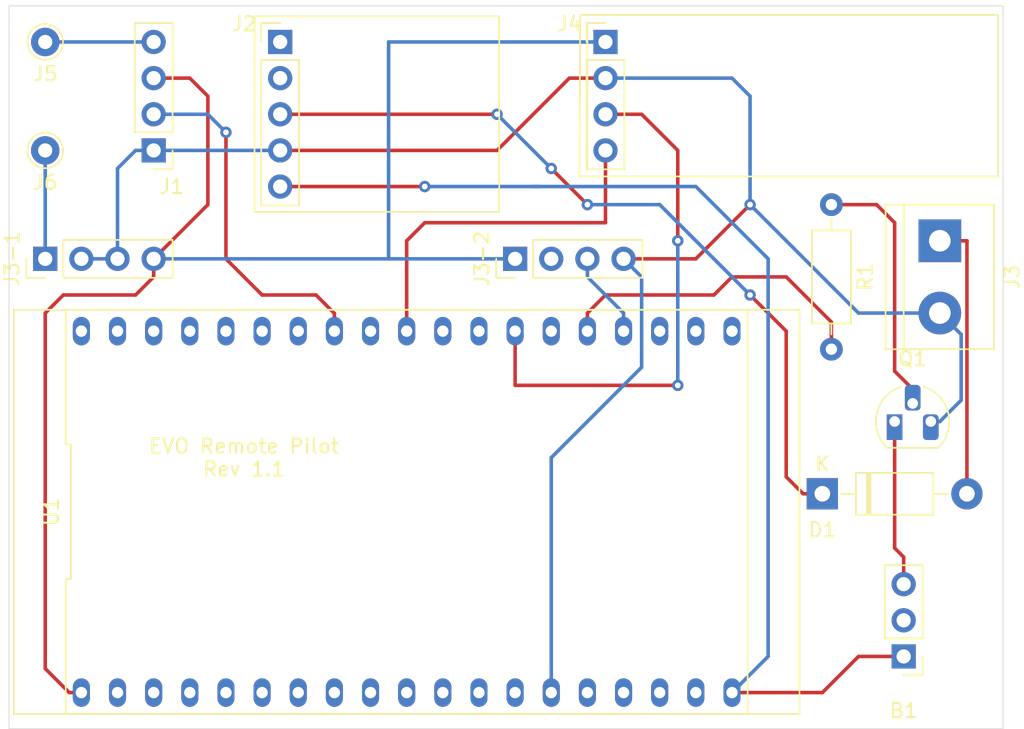
<source format=kicad_pcb>
(kicad_pcb (version 20171130) (host pcbnew "(5.1.5)-3")

  (general
    (thickness 1.6)
    (drawings 17)
    (tracks 108)
    (zones 0)
    (modules 13)
    (nets 49)
  )

  (page A4)
  (layers
    (0 F.Cu signal)
    (31 B.Cu signal)
    (32 B.Adhes user)
    (33 F.Adhes user)
    (34 B.Paste user)
    (35 F.Paste user)
    (36 B.SilkS user)
    (37 F.SilkS user)
    (38 B.Mask user)
    (39 F.Mask user)
    (40 Dwgs.User user)
    (41 Cmts.User user)
    (42 Eco1.User user)
    (43 Eco2.User user)
    (44 Edge.Cuts user)
    (45 Margin user)
    (46 B.CrtYd user)
    (47 F.CrtYd user)
    (48 B.Fab user)
    (49 F.Fab user)
  )

  (setup
    (last_trace_width 0.25)
    (trace_clearance 0.2)
    (zone_clearance 0.508)
    (zone_45_only no)
    (trace_min 0.2)
    (via_size 0.8)
    (via_drill 0.4)
    (via_min_size 0.4)
    (via_min_drill 0.3)
    (uvia_size 0.3)
    (uvia_drill 0.1)
    (uvias_allowed no)
    (uvia_min_size 0.2)
    (uvia_min_drill 0.1)
    (edge_width 0.05)
    (segment_width 0.2)
    (pcb_text_width 0.3)
    (pcb_text_size 1.5 1.5)
    (mod_edge_width 0.12)
    (mod_text_size 1 1)
    (mod_text_width 0.15)
    (pad_size 1.524 1.524)
    (pad_drill 0.762)
    (pad_to_mask_clearance 0.051)
    (solder_mask_min_width 0.25)
    (aux_axis_origin 63.5 146.05)
    (visible_elements 7FFFFFFF)
    (pcbplotparams
      (layerselection 0x010fc_ffffffff)
      (usegerberextensions false)
      (usegerberattributes false)
      (usegerberadvancedattributes false)
      (creategerberjobfile false)
      (excludeedgelayer true)
      (linewidth 0.100000)
      (plotframeref false)
      (viasonmask false)
      (mode 1)
      (useauxorigin false)
      (hpglpennumber 1)
      (hpglpenspeed 20)
      (hpglpendiameter 15.000000)
      (psnegative false)
      (psa4output false)
      (plotreference true)
      (plotvalue true)
      (plotinvisibletext false)
      (padsonsilk false)
      (subtractmaskfromsilk false)
      (outputformat 1)
      (mirror false)
      (drillshape 1)
      (scaleselection 1)
      (outputdirectory ""))
  )

  (net 0 "")
  (net 1 "Net-(J1-Pad2)")
  (net 2 "Net-(J2-Pad2)")
  (net 3 "Net-(J2-Pad1)")
  (net 4 "Net-(J3-2-Pad3)")
  (net 5 "Net-(J3-2-Pad2)")
  (net 6 "Net-(Q1-Pad2)")
  (net 7 "Net-(R1-Pad2)")
  (net 8 "Net-(U1-Pad38)")
  (net 9 "Net-(U1-Pad37)")
  (net 10 "Net-(U1-Pad2)")
  (net 11 "Net-(U1-Pad36)")
  (net 12 "Net-(U1-Pad3)")
  (net 13 "Net-(U1-Pad35)")
  (net 14 "Net-(U1-Pad4)")
  (net 15 "Net-(U1-Pad34)")
  (net 16 "Net-(U1-Pad5)")
  (net 17 "Net-(U1-Pad33)")
  (net 18 "Net-(U1-Pad6)")
  (net 19 "Net-(U1-Pad32)")
  (net 20 "Net-(U1-Pad7)")
  (net 21 "Net-(U1-Pad8)")
  (net 22 "Net-(U1-Pad30)")
  (net 23 "Net-(U1-Pad9)")
  (net 24 "Net-(U1-Pad10)")
  (net 25 "Net-(U1-Pad28)")
  (net 26 "Net-(U1-Pad11)")
  (net 27 "Net-(U1-Pad27)")
  (net 28 "Net-(U1-Pad12)")
  (net 29 "Net-(U1-Pad13)")
  (net 30 "Net-(U1-Pad25)")
  (net 31 "Net-(U1-Pad15)")
  (net 32 "Net-(U1-Pad16)")
  (net 33 "Net-(U1-Pad22)")
  (net 34 "Net-(U1-Pad17)")
  (net 35 "Net-(U1-Pad21)")
  (net 36 "Net-(U1-Pad18)")
  (net 37 "Net-(U1-Pad20)")
  (net 38 +5V)
  (net 39 +12V)
  (net 40 "Net-(D1-Pad1)")
  (net 41 "Net-(J1-Pad4)")
  (net 42 +3V3)
  (net 43 GND)
  (net 44 "Net-(J4-Pad4)")
  (net 45 "Net-(J4-Pad3)")
  (net 46 "Net-(J3-1-Pad1)")
  (net 47 "Net-(B1-Pad3)")
  (net 48 "Net-(B1-Pad2)")

  (net_class Default "Dies ist die voreingestellte Netzklasse."
    (clearance 0.2)
    (trace_width 0.25)
    (via_dia 0.8)
    (via_drill 0.4)
    (uvia_dia 0.3)
    (uvia_drill 0.1)
    (add_net +12V)
    (add_net +3V3)
    (add_net +5V)
    (add_net GND)
    (add_net "Net-(B1-Pad2)")
    (add_net "Net-(B1-Pad3)")
    (add_net "Net-(D1-Pad1)")
    (add_net "Net-(J1-Pad2)")
    (add_net "Net-(J1-Pad4)")
    (add_net "Net-(J2-Pad1)")
    (add_net "Net-(J2-Pad2)")
    (add_net "Net-(J3-1-Pad1)")
    (add_net "Net-(J3-2-Pad2)")
    (add_net "Net-(J3-2-Pad3)")
    (add_net "Net-(J4-Pad3)")
    (add_net "Net-(J4-Pad4)")
    (add_net "Net-(Q1-Pad2)")
    (add_net "Net-(R1-Pad2)")
    (add_net "Net-(U1-Pad10)")
    (add_net "Net-(U1-Pad11)")
    (add_net "Net-(U1-Pad12)")
    (add_net "Net-(U1-Pad13)")
    (add_net "Net-(U1-Pad15)")
    (add_net "Net-(U1-Pad16)")
    (add_net "Net-(U1-Pad17)")
    (add_net "Net-(U1-Pad18)")
    (add_net "Net-(U1-Pad2)")
    (add_net "Net-(U1-Pad20)")
    (add_net "Net-(U1-Pad21)")
    (add_net "Net-(U1-Pad22)")
    (add_net "Net-(U1-Pad25)")
    (add_net "Net-(U1-Pad27)")
    (add_net "Net-(U1-Pad28)")
    (add_net "Net-(U1-Pad3)")
    (add_net "Net-(U1-Pad30)")
    (add_net "Net-(U1-Pad32)")
    (add_net "Net-(U1-Pad33)")
    (add_net "Net-(U1-Pad34)")
    (add_net "Net-(U1-Pad35)")
    (add_net "Net-(U1-Pad36)")
    (add_net "Net-(U1-Pad37)")
    (add_net "Net-(U1-Pad38)")
    (add_net "Net-(U1-Pad4)")
    (add_net "Net-(U1-Pad5)")
    (add_net "Net-(U1-Pad6)")
    (add_net "Net-(U1-Pad7)")
    (add_net "Net-(U1-Pad8)")
    (add_net "Net-(U1-Pad9)")
  )

  (module TerminalBlock:TerminalBlock_bornier-2_P5.08mm (layer F.Cu) (tedit 59FF03AB) (tstamp 5F9B179E)
    (at 128.905 111.76 270)
    (descr "simple 2-pin terminal block, pitch 5.08mm, revamped version of bornier2")
    (tags "terminal block bornier2")
    (path /5F9B39F2)
    (fp_text reference J3 (at 2.54 -5.08 90) (layer F.SilkS)
      (effects (font (size 1 1) (thickness 0.15)))
    )
    (fp_text value Power (at 2.54 5.08 90) (layer F.Fab)
      (effects (font (size 1 1) (thickness 0.15)))
    )
    (fp_line (start 7.79 4) (end -2.71 4) (layer F.CrtYd) (width 0.05))
    (fp_line (start 7.79 4) (end 7.79 -4) (layer F.CrtYd) (width 0.05))
    (fp_line (start -2.71 -4) (end -2.71 4) (layer F.CrtYd) (width 0.05))
    (fp_line (start -2.71 -4) (end 7.79 -4) (layer F.CrtYd) (width 0.05))
    (fp_line (start -2.54 3.81) (end 7.62 3.81) (layer F.SilkS) (width 0.12))
    (fp_line (start -2.54 -3.81) (end -2.54 3.81) (layer F.SilkS) (width 0.12))
    (fp_line (start 7.62 -3.81) (end -2.54 -3.81) (layer F.SilkS) (width 0.12))
    (fp_line (start 7.62 3.81) (end 7.62 -3.81) (layer F.SilkS) (width 0.12))
    (fp_line (start 7.62 2.54) (end -2.54 2.54) (layer F.SilkS) (width 0.12))
    (fp_line (start 7.54 -3.75) (end -2.46 -3.75) (layer F.Fab) (width 0.1))
    (fp_line (start 7.54 3.75) (end 7.54 -3.75) (layer F.Fab) (width 0.1))
    (fp_line (start -2.46 3.75) (end 7.54 3.75) (layer F.Fab) (width 0.1))
    (fp_line (start -2.46 -3.75) (end -2.46 3.75) (layer F.Fab) (width 0.1))
    (fp_line (start -2.41 2.55) (end 7.49 2.55) (layer F.Fab) (width 0.1))
    (fp_text user %R (at 2.54 0 90) (layer F.Fab)
      (effects (font (size 1 1) (thickness 0.15)))
    )
    (pad 2 thru_hole circle (at 5.08 0 270) (size 3 3) (drill 1.52) (layers *.Cu *.Mask)
      (net 43 GND))
    (pad 1 thru_hole rect (at 0 0 270) (size 3 3) (drill 1.52) (layers *.Cu *.Mask)
      (net 39 +12V))
    (model ${KISYS3DMOD}/TerminalBlock.3dshapes/TerminalBlock_bornier-2_P5.08mm.wrl
      (offset (xyz 2.539999961853027 0 0))
      (scale (xyz 1 1 1))
      (rotate (xyz 0 0 0))
    )
  )

  (module ESP32_Devkit_38Pins:ESP32_Devkit_38Pins (layer F.Cu) (tedit 5F9BC478) (tstamp 5F9C1C4B)
    (at 91.44 130.81)
    (path /5F9B108C)
    (fp_text reference U1 (at -24.96 0 90) (layer F.SilkS)
      (effects (font (size 1 1) (thickness 0.15)))
    )
    (fp_text value esp32_38_pins (at 0 0) (layer F.Fab)
      (effects (font (size 1 1) (thickness 0.15)))
    )
    (fp_line (start -23.71 13.95) (end -23.71 -13.95) (layer F.CrtYd) (width 0.05))
    (fp_line (start 23.71 13.95) (end -23.71 13.95) (layer F.CrtYd) (width 0.05))
    (fp_line (start 23.71 -13.95) (end 23.71 13.95) (layer F.CrtYd) (width 0.05))
    (fp_line (start -23.71 -13.95) (end 23.71 -13.95) (layer F.CrtYd) (width 0.05))
    (fp_line (start -23.96 4.733333) (end -23.96 14.199999) (layer F.SilkS) (width 0.12))
    (fp_line (start -23.6 4.733333) (end -23.96 4.733333) (layer F.SilkS) (width 0.12))
    (fp_line (start -23.6 -4.733333) (end -23.6 4.733333) (layer F.SilkS) (width 0.12))
    (fp_line (start -23.96 -4.733333) (end -23.6 -4.733333) (layer F.SilkS) (width 0.12))
    (fp_line (start -23.96 -14.2) (end -23.96 -4.733333) (layer F.SilkS) (width 0.12))
    (fp_line (start 23.96 -14.199999) (end -23.96 -14.2) (layer F.SilkS) (width 0.12))
    (fp_line (start 23.96 14.2) (end 23.96 -14.199999) (layer F.SilkS) (width 0.12))
    (fp_line (start -23.96 14.199999) (end 23.96 14.2) (layer F.SilkS) (width 0.12))
    (fp_line (start -27.6 14.2) (end 27.6 14.2) (layer F.SilkS) (width 0.12))
    (fp_line (start -27.6 14.2) (end -27.6 -14.2) (layer F.SilkS) (width 0.12))
    (fp_line (start -27.6 -14.2) (end 26.8 -14.2) (layer F.SilkS) (width 0.12))
    (fp_line (start 27.6 -14.2) (end 27.6 14.2) (layer F.SilkS) (width 0.12))
    (fp_line (start 26.8 -14.2) (end 27.6 -14.2) (layer F.SilkS) (width 0.12))
    (pad 19 thru_hole oval (at 22.86 12.7) (size 1.2 2) (drill 0.8) (layers *.Cu *.Mask)
      (net 38 +5V))
    (pad 20 thru_hole oval (at 22.86 -12.7) (size 1.2 2) (drill 0.8) (layers *.Cu *.Mask)
      (net 37 "Net-(U1-Pad20)"))
    (pad 18 thru_hole oval (at 20.32 12.7) (size 1.2 2) (drill 0.8) (layers *.Cu *.Mask)
      (net 36 "Net-(U1-Pad18)"))
    (pad 21 thru_hole oval (at 20.32 -12.7) (size 1.2 2) (drill 0.8) (layers *.Cu *.Mask)
      (net 35 "Net-(U1-Pad21)"))
    (pad 17 thru_hole oval (at 17.78 12.7) (size 1.2 2) (drill 0.8) (layers *.Cu *.Mask)
      (net 34 "Net-(U1-Pad17)"))
    (pad 22 thru_hole oval (at 17.78 -12.7) (size 1.2 2) (drill 0.8) (layers *.Cu *.Mask)
      (net 33 "Net-(U1-Pad22)"))
    (pad 16 thru_hole oval (at 15.24 12.7) (size 1.2 2) (drill 0.8) (layers *.Cu *.Mask)
      (net 32 "Net-(U1-Pad16)"))
    (pad 23 thru_hole oval (at 15.24 -12.7) (size 1.2 2) (drill 0.8) (layers *.Cu *.Mask)
      (net 4 "Net-(J3-2-Pad3)"))
    (pad 15 thru_hole oval (at 12.7 12.7) (size 1.2 2) (drill 0.8) (layers *.Cu *.Mask)
      (net 31 "Net-(U1-Pad15)"))
    (pad 24 thru_hole oval (at 12.7 -12.7) (size 1.2 2) (drill 0.8) (layers *.Cu *.Mask)
      (net 7 "Net-(R1-Pad2)"))
    (pad 14 thru_hole oval (at 10.16 12.7) (size 1.2 2) (drill 0.8) (layers *.Cu *.Mask)
      (net 43 GND))
    (pad 25 thru_hole oval (at 10.16 -12.7) (size 1.2 2) (drill 0.8) (layers *.Cu *.Mask)
      (net 30 "Net-(U1-Pad25)"))
    (pad 13 thru_hole oval (at 7.62 12.7) (size 1.2 2) (drill 0.8) (layers *.Cu *.Mask)
      (net 29 "Net-(U1-Pad13)"))
    (pad 26 thru_hole oval (at 7.62 -12.7) (size 1.2 2) (drill 0.8) (layers *.Cu *.Mask)
      (net 45 "Net-(J4-Pad3)"))
    (pad 12 thru_hole oval (at 5.08 12.7) (size 1.2 2) (drill 0.8) (layers *.Cu *.Mask)
      (net 28 "Net-(U1-Pad12)"))
    (pad 27 thru_hole oval (at 5.08 -12.7) (size 1.2 2) (drill 0.8) (layers *.Cu *.Mask)
      (net 27 "Net-(U1-Pad27)"))
    (pad 11 thru_hole oval (at 2.54 12.7) (size 1.2 2) (drill 0.8) (layers *.Cu *.Mask)
      (net 26 "Net-(U1-Pad11)"))
    (pad 28 thru_hole oval (at 2.54 -12.7) (size 1.2 2) (drill 0.8) (layers *.Cu *.Mask)
      (net 25 "Net-(U1-Pad28)"))
    (pad 10 thru_hole oval (at 0 12.7) (size 1.2 2) (drill 0.8) (layers *.Cu *.Mask)
      (net 24 "Net-(U1-Pad10)"))
    (pad 29 thru_hole oval (at 0 -12.7) (size 1.2 2) (drill 0.8) (layers *.Cu *.Mask)
      (net 44 "Net-(J4-Pad4)"))
    (pad 9 thru_hole oval (at -2.54 12.7) (size 1.2 2) (drill 0.8) (layers *.Cu *.Mask)
      (net 23 "Net-(U1-Pad9)"))
    (pad 30 thru_hole oval (at -2.54 -12.7) (size 1.2 2) (drill 0.8) (layers *.Cu *.Mask)
      (net 22 "Net-(U1-Pad30)"))
    (pad 8 thru_hole oval (at -5.08 12.7) (size 1.2 2) (drill 0.8) (layers *.Cu *.Mask)
      (net 21 "Net-(U1-Pad8)"))
    (pad 31 thru_hole oval (at -5.08 -12.7) (size 1.2 2) (drill 0.8) (layers *.Cu *.Mask)
      (net 1 "Net-(J1-Pad2)"))
    (pad 7 thru_hole oval (at -7.62 12.7) (size 1.2 2) (drill 0.8) (layers *.Cu *.Mask)
      (net 20 "Net-(U1-Pad7)"))
    (pad 32 thru_hole oval (at -7.62 -12.7) (size 1.2 2) (drill 0.8) (layers *.Cu *.Mask)
      (net 19 "Net-(U1-Pad32)"))
    (pad 6 thru_hole oval (at -10.16 12.7) (size 1.2 2) (drill 0.8) (layers *.Cu *.Mask)
      (net 18 "Net-(U1-Pad6)"))
    (pad 33 thru_hole oval (at -10.16 -12.7) (size 1.2 2) (drill 0.8) (layers *.Cu *.Mask)
      (net 17 "Net-(U1-Pad33)"))
    (pad 5 thru_hole oval (at -12.7 12.7) (size 1.2 2) (drill 0.8) (layers *.Cu *.Mask)
      (net 16 "Net-(U1-Pad5)"))
    (pad 34 thru_hole oval (at -12.7 -12.7) (size 1.2 2) (drill 0.8) (layers *.Cu *.Mask)
      (net 15 "Net-(U1-Pad34)"))
    (pad 4 thru_hole oval (at -15.24 12.7) (size 1.2 2) (drill 0.8) (layers *.Cu *.Mask)
      (net 14 "Net-(U1-Pad4)"))
    (pad 35 thru_hole oval (at -15.24 -12.7) (size 1.2 2) (drill 0.8) (layers *.Cu *.Mask)
      (net 13 "Net-(U1-Pad35)"))
    (pad 3 thru_hole oval (at -17.78 12.7) (size 1.2 2) (drill 0.8) (layers *.Cu *.Mask)
      (net 12 "Net-(U1-Pad3)"))
    (pad 36 thru_hole oval (at -17.78 -12.7) (size 1.2 2) (drill 0.8) (layers *.Cu *.Mask)
      (net 11 "Net-(U1-Pad36)"))
    (pad 2 thru_hole oval (at -20.32 12.7) (size 1.2 2) (drill 0.8) (layers *.Cu *.Mask)
      (net 10 "Net-(U1-Pad2)"))
    (pad 37 thru_hole oval (at -20.32 -12.7) (size 1.2 2) (drill 0.8) (layers *.Cu *.Mask)
      (net 9 "Net-(U1-Pad37)"))
    (pad 1 thru_hole oval (at -22.86 12.7) (size 1.2 2) (drill 0.8) (layers *.Cu *.Mask)
      (net 42 +3V3))
    (pad 38 thru_hole oval (at -22.86 -12.7) (size 1.2 2) (drill 0.8) (layers *.Cu *.Mask)
      (net 8 "Net-(U1-Pad38)"))
  )

  (module Package_TO_SOT_THT:TO-92_HandSolder (layer F.Cu) (tedit 5A282C46) (tstamp 5F9C2192)
    (at 125.73 124.46)
    (descr "TO-92 leads molded, narrow, drill 0.75mm, handsoldering variant with enlarged pads (see NXP sot054_po.pdf)")
    (tags "to-92 sc-43 sc-43a sot54 PA33 transistor")
    (path /5F2980D3)
    (fp_text reference Q1 (at 1.27 -4.4) (layer F.SilkS)
      (effects (font (size 1 1) (thickness 0.15)))
    )
    (fp_text value BC547 (at 1.27 2.79) (layer F.Fab)
      (effects (font (size 1 1) (thickness 0.15)))
    )
    (fp_arc (start 1.27 0) (end 2.05 -2.45) (angle 117.6433766) (layer F.SilkS) (width 0.12))
    (fp_arc (start 1.27 0) (end 1.27 -2.48) (angle -135) (layer F.Fab) (width 0.1))
    (fp_arc (start 1.27 0) (end 0.45 -2.45) (angle -116.9632683) (layer F.SilkS) (width 0.12))
    (fp_arc (start 1.27 0) (end 1.27 -2.48) (angle 135) (layer F.Fab) (width 0.1))
    (fp_line (start 4 2.01) (end -1.46 2.01) (layer F.CrtYd) (width 0.05))
    (fp_line (start 4 2.01) (end 4 -3.05) (layer F.CrtYd) (width 0.05))
    (fp_line (start -1.45 -3.05) (end -1.46 2.01) (layer F.CrtYd) (width 0.05))
    (fp_line (start -1.46 -3.05) (end 4 -3.05) (layer F.CrtYd) (width 0.05))
    (fp_line (start -0.5 1.75) (end 3 1.75) (layer F.Fab) (width 0.1))
    (fp_line (start -0.53 1.85) (end 3.07 1.85) (layer F.SilkS) (width 0.12))
    (fp_text user %R (at 1.27 -4.4) (layer F.Fab)
      (effects (font (size 1 1) (thickness 0.15)))
    )
    (pad 1 thru_hole rect (at 0 0) (size 1.1 1.8) (drill 0.75 (offset 0 0.4)) (layers *.Cu *.Mask)
      (net 47 "Net-(B1-Pad3)"))
    (pad 3 thru_hole roundrect (at 2.54 0) (size 1.1 1.8) (drill 0.75 (offset 0 0.4)) (layers *.Cu *.Mask) (roundrect_rratio 0.25)
      (net 43 GND))
    (pad 2 thru_hole roundrect (at 1.27 -1.27) (size 1.1 1.8) (drill 0.75 (offset 0 -0.4)) (layers *.Cu *.Mask) (roundrect_rratio 0.25)
      (net 6 "Net-(Q1-Pad2)"))
    (model ${KISYS3DMOD}/Package_TO_SOT_THT.3dshapes/TO-92.wrl
      (at (xyz 0 0 0))
      (scale (xyz 1 1 1))
      (rotate (xyz 0 0 0))
    )
  )

  (module Connector_PinHeader_2.54mm:PinHeader_1x03_P2.54mm_Vertical (layer F.Cu) (tedit 59FED5CC) (tstamp 5FA494DD)
    (at 126.365 140.97 180)
    (descr "Through hole straight pin header, 1x03, 2.54mm pitch, single row")
    (tags "Through hole pin header THT 1x03 2.54mm single row")
    (path /5F9C6705)
    (fp_text reference B1 (at 0 -3.81) (layer F.SilkS)
      (effects (font (size 1 1) (thickness 0.15)))
    )
    (fp_text value Buzzer (at -3.81 1.27 90) (layer F.Fab)
      (effects (font (size 1 1) (thickness 0.15)))
    )
    (fp_text user %R (at 0 2.54 90) (layer F.Fab)
      (effects (font (size 1 1) (thickness 0.15)))
    )
    (fp_line (start 1.8 -1.8) (end -1.8 -1.8) (layer F.CrtYd) (width 0.05))
    (fp_line (start 1.8 6.85) (end 1.8 -1.8) (layer F.CrtYd) (width 0.05))
    (fp_line (start -1.8 6.85) (end 1.8 6.85) (layer F.CrtYd) (width 0.05))
    (fp_line (start -1.8 -1.8) (end -1.8 6.85) (layer F.CrtYd) (width 0.05))
    (fp_line (start -1.33 -1.33) (end 0 -1.33) (layer F.SilkS) (width 0.12))
    (fp_line (start -1.33 0) (end -1.33 -1.33) (layer F.SilkS) (width 0.12))
    (fp_line (start -1.33 1.27) (end 1.33 1.27) (layer F.SilkS) (width 0.12))
    (fp_line (start 1.33 1.27) (end 1.33 6.41) (layer F.SilkS) (width 0.12))
    (fp_line (start -1.33 1.27) (end -1.33 6.41) (layer F.SilkS) (width 0.12))
    (fp_line (start -1.33 6.41) (end 1.33 6.41) (layer F.SilkS) (width 0.12))
    (fp_line (start -1.27 -0.635) (end -0.635 -1.27) (layer F.Fab) (width 0.1))
    (fp_line (start -1.27 6.35) (end -1.27 -0.635) (layer F.Fab) (width 0.1))
    (fp_line (start 1.27 6.35) (end -1.27 6.35) (layer F.Fab) (width 0.1))
    (fp_line (start 1.27 -1.27) (end 1.27 6.35) (layer F.Fab) (width 0.1))
    (fp_line (start -0.635 -1.27) (end 1.27 -1.27) (layer F.Fab) (width 0.1))
    (pad 3 thru_hole oval (at 0 5.08 180) (size 1.7 1.7) (drill 1) (layers *.Cu *.Mask)
      (net 47 "Net-(B1-Pad3)"))
    (pad 2 thru_hole oval (at 0 2.54 180) (size 1.7 1.7) (drill 1) (layers *.Cu *.Mask)
      (net 48 "Net-(B1-Pad2)"))
    (pad 1 thru_hole rect (at 0 0 180) (size 1.7 1.7) (drill 1) (layers *.Cu *.Mask)
      (net 38 +5V))
    (model ${KISYS3DMOD}/Connector_PinHeader_2.54mm.3dshapes/PinHeader_1x03_P2.54mm_Vertical.wrl
      (at (xyz 0 0 0))
      (scale (xyz 1 1 1))
      (rotate (xyz 0 0 0))
    )
  )

  (module Connector_PinHeader_2.54mm:PinHeader_1x04_P2.54mm_Vertical (layer F.Cu) (tedit 59FED5CC) (tstamp 5F9C1F21)
    (at 99.06 113.03 90)
    (descr "Through hole straight pin header, 1x04, 2.54mm pitch, single row")
    (tags "Through hole pin header THT 1x04 2.54mm single row")
    (path /5F9DC116)
    (fp_text reference J3-2 (at 0 -2.33 90) (layer F.SilkS)
      (effects (font (size 1 1) (thickness 0.15)))
    )
    (fp_text value "433MHz Receiver" (at -2.54 -2.54) (layer F.Fab)
      (effects (font (size 1 1) (thickness 0.15)))
    )
    (fp_text user %R (at 0 3.81) (layer F.Fab)
      (effects (font (size 1 1) (thickness 0.15)))
    )
    (fp_line (start 1.8 -1.8) (end -1.8 -1.8) (layer F.CrtYd) (width 0.05))
    (fp_line (start 1.8 9.4) (end 1.8 -1.8) (layer F.CrtYd) (width 0.05))
    (fp_line (start -1.8 9.4) (end 1.8 9.4) (layer F.CrtYd) (width 0.05))
    (fp_line (start -1.8 -1.8) (end -1.8 9.4) (layer F.CrtYd) (width 0.05))
    (fp_line (start -1.33 -1.33) (end 0 -1.33) (layer F.SilkS) (width 0.12))
    (fp_line (start -1.33 0) (end -1.33 -1.33) (layer F.SilkS) (width 0.12))
    (fp_line (start -1.33 1.27) (end 1.33 1.27) (layer F.SilkS) (width 0.12))
    (fp_line (start 1.33 1.27) (end 1.33 8.95) (layer F.SilkS) (width 0.12))
    (fp_line (start -1.33 1.27) (end -1.33 8.95) (layer F.SilkS) (width 0.12))
    (fp_line (start -1.33 8.95) (end 1.33 8.95) (layer F.SilkS) (width 0.12))
    (fp_line (start -1.27 -0.635) (end -0.635 -1.27) (layer F.Fab) (width 0.1))
    (fp_line (start -1.27 8.89) (end -1.27 -0.635) (layer F.Fab) (width 0.1))
    (fp_line (start 1.27 8.89) (end -1.27 8.89) (layer F.Fab) (width 0.1))
    (fp_line (start 1.27 -1.27) (end 1.27 8.89) (layer F.Fab) (width 0.1))
    (fp_line (start -0.635 -1.27) (end 1.27 -1.27) (layer F.Fab) (width 0.1))
    (pad 4 thru_hole oval (at 0 7.62 90) (size 1.7 1.7) (drill 1) (layers *.Cu *.Mask)
      (net 43 GND))
    (pad 3 thru_hole oval (at 0 5.08 90) (size 1.7 1.7) (drill 1) (layers *.Cu *.Mask)
      (net 4 "Net-(J3-2-Pad3)"))
    (pad 2 thru_hole oval (at 0 2.54 90) (size 1.7 1.7) (drill 1) (layers *.Cu *.Mask)
      (net 5 "Net-(J3-2-Pad2)"))
    (pad 1 thru_hole rect (at 0 0 90) (size 1.7 1.7) (drill 1) (layers *.Cu *.Mask)
      (net 42 +3V3))
    (model ${KISYS3DMOD}/Connector_PinHeader_2.54mm.3dshapes/PinHeader_1x04_P2.54mm_Vertical.wrl
      (at (xyz 0 0 0))
      (scale (xyz 1 1 1))
      (rotate (xyz 0 0 0))
    )
  )

  (module Connector_PinHeader_2.54mm:PinHeader_1x04_P2.54mm_Vertical (layer F.Cu) (tedit 59FED5CC) (tstamp 5F9C61AE)
    (at 66.04 113.03 90)
    (descr "Through hole straight pin header, 1x04, 2.54mm pitch, single row")
    (tags "Through hole pin header THT 1x04 2.54mm single row")
    (path /5F9D6817)
    (fp_text reference J3-1 (at 0 -2.33 90) (layer F.SilkS)
      (effects (font (size 1 1) (thickness 0.15)))
    )
    (fp_text value Ant (at 0 9.95 90) (layer F.Fab)
      (effects (font (size 1 1) (thickness 0.15)))
    )
    (fp_line (start -0.635 -1.27) (end 1.27 -1.27) (layer F.Fab) (width 0.1))
    (fp_line (start 1.27 -1.27) (end 1.27 8.89) (layer F.Fab) (width 0.1))
    (fp_line (start 1.27 8.89) (end -1.27 8.89) (layer F.Fab) (width 0.1))
    (fp_line (start -1.27 8.89) (end -1.27 -0.635) (layer F.Fab) (width 0.1))
    (fp_line (start -1.27 -0.635) (end -0.635 -1.27) (layer F.Fab) (width 0.1))
    (fp_line (start -1.33 8.95) (end 1.33 8.95) (layer F.SilkS) (width 0.12))
    (fp_line (start -1.33 1.27) (end -1.33 8.95) (layer F.SilkS) (width 0.12))
    (fp_line (start 1.33 1.27) (end 1.33 8.95) (layer F.SilkS) (width 0.12))
    (fp_line (start -1.33 1.27) (end 1.33 1.27) (layer F.SilkS) (width 0.12))
    (fp_line (start -1.33 0) (end -1.33 -1.33) (layer F.SilkS) (width 0.12))
    (fp_line (start -1.33 -1.33) (end 0 -1.33) (layer F.SilkS) (width 0.12))
    (fp_line (start -1.8 -1.8) (end -1.8 9.4) (layer F.CrtYd) (width 0.05))
    (fp_line (start -1.8 9.4) (end 1.8 9.4) (layer F.CrtYd) (width 0.05))
    (fp_line (start 1.8 9.4) (end 1.8 -1.8) (layer F.CrtYd) (width 0.05))
    (fp_line (start 1.8 -1.8) (end -1.8 -1.8) (layer F.CrtYd) (width 0.05))
    (fp_text user %R (at 0 3.81) (layer F.Fab)
      (effects (font (size 1 1) (thickness 0.15)))
    )
    (pad 1 thru_hole rect (at 0 0 90) (size 1.7 1.7) (drill 1) (layers *.Cu *.Mask)
      (net 46 "Net-(J3-1-Pad1)"))
    (pad 2 thru_hole oval (at 0 2.54 90) (size 1.7 1.7) (drill 1) (layers *.Cu *.Mask)
      (net 43 GND))
    (pad 3 thru_hole oval (at 0 5.08 90) (size 1.7 1.7) (drill 1) (layers *.Cu *.Mask)
      (net 43 GND))
    (pad 4 thru_hole oval (at 0 7.62 90) (size 1.7 1.7) (drill 1) (layers *.Cu *.Mask)
      (net 42 +3V3))
    (model ${KISYS3DMOD}/Connector_PinHeader_2.54mm.3dshapes/PinHeader_1x04_P2.54mm_Vertical.wrl
      (at (xyz 0 0 0))
      (scale (xyz 1 1 1))
      (rotate (xyz 0 0 0))
    )
  )

  (module Connector_PinHeader_2.54mm:PinHeader_1x04_P2.54mm_Vertical (layer F.Cu) (tedit 59FED5CC) (tstamp 5F9C2E11)
    (at 105.41 97.79)
    (descr "Through hole straight pin header, 1x04, 2.54mm pitch, single row")
    (tags "Through hole pin header THT 1x04 2.54mm single row")
    (path /5F9E03E2)
    (fp_text reference J4 (at -2.54 -1.27) (layer F.SilkS)
      (effects (font (size 1 1) (thickness 0.15)))
    )
    (fp_text value CAN-Transceiver (at 8.89 0) (layer F.Fab)
      (effects (font (size 1 1) (thickness 0.15)))
    )
    (fp_text user %R (at 1.27 1.27 90) (layer F.Fab)
      (effects (font (size 1 1) (thickness 0.15)))
    )
    (fp_line (start 1.8 -1.8) (end -1.8 -1.8) (layer F.CrtYd) (width 0.05))
    (fp_line (start 1.8 9.4) (end 1.8 -1.8) (layer F.CrtYd) (width 0.05))
    (fp_line (start -1.8 9.4) (end 1.8 9.4) (layer F.CrtYd) (width 0.05))
    (fp_line (start -1.8 -1.8) (end -1.8 9.4) (layer F.CrtYd) (width 0.05))
    (fp_line (start -1.33 -1.33) (end 0 -1.33) (layer F.SilkS) (width 0.12))
    (fp_line (start -1.33 0) (end -1.33 -1.33) (layer F.SilkS) (width 0.12))
    (fp_line (start -1.33 1.27) (end 1.33 1.27) (layer F.SilkS) (width 0.12))
    (fp_line (start 1.33 1.27) (end 1.33 8.95) (layer F.SilkS) (width 0.12))
    (fp_line (start -1.33 1.27) (end -1.33 8.95) (layer F.SilkS) (width 0.12))
    (fp_line (start -1.33 8.95) (end 1.33 8.95) (layer F.SilkS) (width 0.12))
    (fp_line (start -1.27 -0.635) (end -0.635 -1.27) (layer F.Fab) (width 0.1))
    (fp_line (start -1.27 8.89) (end -1.27 -0.635) (layer F.Fab) (width 0.1))
    (fp_line (start 1.27 8.89) (end -1.27 8.89) (layer F.Fab) (width 0.1))
    (fp_line (start 1.27 -1.27) (end 1.27 8.89) (layer F.Fab) (width 0.1))
    (fp_line (start -0.635 -1.27) (end 1.27 -1.27) (layer F.Fab) (width 0.1))
    (pad 4 thru_hole oval (at 0 7.62) (size 1.7 1.7) (drill 1) (layers *.Cu *.Mask)
      (net 44 "Net-(J4-Pad4)"))
    (pad 3 thru_hole oval (at 0 5.08) (size 1.7 1.7) (drill 1) (layers *.Cu *.Mask)
      (net 45 "Net-(J4-Pad3)"))
    (pad 2 thru_hole oval (at 0 2.54) (size 1.7 1.7) (drill 1) (layers *.Cu *.Mask)
      (net 43 GND))
    (pad 1 thru_hole rect (at 0 0) (size 1.7 1.7) (drill 1) (layers *.Cu *.Mask)
      (net 42 +3V3))
    (model ${KISYS3DMOD}/Connector_PinHeader_2.54mm.3dshapes/PinHeader_1x04_P2.54mm_Vertical.wrl
      (at (xyz 0 0 0))
      (scale (xyz 1 1 1))
      (rotate (xyz 0 0 0))
    )
  )

  (module Connector_PinHeader_2.54mm:PinHeader_1x05_P2.54mm_Vertical (layer F.Cu) (tedit 59FED5CC) (tstamp 5F9B58A0)
    (at 82.55 97.79)
    (descr "Through hole straight pin header, 1x05, 2.54mm pitch, single row")
    (tags "Through hole pin header THT 1x05 2.54mm single row")
    (path /5F9C7C20)
    (fp_text reference J2 (at -2.54 -1.27) (layer F.SilkS)
      (effects (font (size 1 1) (thickness 0.15)))
    )
    (fp_text value D24V10F5 (at 7.62 6.35) (layer F.Fab)
      (effects (font (size 1 1) (thickness 0.15)))
    )
    (fp_text user %R (at 0 5.08 90) (layer F.Fab)
      (effects (font (size 1 1) (thickness 0.15)))
    )
    (fp_line (start 1.8 -1.8) (end -1.8 -1.8) (layer F.CrtYd) (width 0.05))
    (fp_line (start 1.8 11.95) (end 1.8 -1.8) (layer F.CrtYd) (width 0.05))
    (fp_line (start -1.8 11.95) (end 1.8 11.95) (layer F.CrtYd) (width 0.05))
    (fp_line (start -1.8 -1.8) (end -1.8 11.95) (layer F.CrtYd) (width 0.05))
    (fp_line (start -1.33 -1.33) (end 0 -1.33) (layer F.SilkS) (width 0.12))
    (fp_line (start -1.33 0) (end -1.33 -1.33) (layer F.SilkS) (width 0.12))
    (fp_line (start -1.33 1.27) (end 1.33 1.27) (layer F.SilkS) (width 0.12))
    (fp_line (start 1.33 1.27) (end 1.33 11.49) (layer F.SilkS) (width 0.12))
    (fp_line (start -1.33 1.27) (end -1.33 11.49) (layer F.SilkS) (width 0.12))
    (fp_line (start -1.33 11.49) (end 1.33 11.49) (layer F.SilkS) (width 0.12))
    (fp_line (start -1.27 -0.635) (end -0.635 -1.27) (layer F.Fab) (width 0.1))
    (fp_line (start -1.27 11.43) (end -1.27 -0.635) (layer F.Fab) (width 0.1))
    (fp_line (start 1.27 11.43) (end -1.27 11.43) (layer F.Fab) (width 0.1))
    (fp_line (start 1.27 -1.27) (end 1.27 11.43) (layer F.Fab) (width 0.1))
    (fp_line (start -0.635 -1.27) (end 1.27 -1.27) (layer F.Fab) (width 0.1))
    (pad 5 thru_hole oval (at 0 10.16) (size 1.7 1.7) (drill 1) (layers *.Cu *.Mask)
      (net 38 +5V))
    (pad 4 thru_hole oval (at 0 7.62) (size 1.7 1.7) (drill 1) (layers *.Cu *.Mask)
      (net 43 GND))
    (pad 3 thru_hole oval (at 0 5.08) (size 1.7 1.7) (drill 1) (layers *.Cu *.Mask)
      (net 40 "Net-(D1-Pad1)"))
    (pad 2 thru_hole oval (at 0 2.54) (size 1.7 1.7) (drill 1) (layers *.Cu *.Mask)
      (net 2 "Net-(J2-Pad2)"))
    (pad 1 thru_hole rect (at 0 0) (size 1.7 1.7) (drill 1) (layers *.Cu *.Mask)
      (net 3 "Net-(J2-Pad1)"))
    (model ${KISYS3DMOD}/Connector_PinHeader_2.54mm.3dshapes/PinHeader_1x05_P2.54mm_Vertical.wrl
      (at (xyz 0 0 0))
      (scale (xyz 1 1 1))
      (rotate (xyz 0 0 0))
    )
  )

  (module Connector_PinHeader_2.54mm:PinHeader_1x04_P2.54mm_Vertical (layer F.Cu) (tedit 59FED5CC) (tstamp 5F9C33A9)
    (at 73.66 105.41 180)
    (descr "Through hole straight pin header, 1x04, 2.54mm pitch, single row")
    (tags "Through hole pin header THT 1x04 2.54mm single row")
    (path /5F9CDC8E)
    (fp_text reference J1 (at -1.27 -2.54) (layer F.SilkS)
      (effects (font (size 1 1) (thickness 0.15)))
    )
    (fp_text value "433 MHz Transmitter" (at 2.54 2.54 90) (layer F.Fab)
      (effects (font (size 1 1) (thickness 0.15)))
    )
    (fp_text user %R (at 0 3.81 90) (layer F.Fab)
      (effects (font (size 1 1) (thickness 0.15)))
    )
    (fp_line (start 1.8 -1.8) (end -1.8 -1.8) (layer F.CrtYd) (width 0.05))
    (fp_line (start 1.8 9.4) (end 1.8 -1.8) (layer F.CrtYd) (width 0.05))
    (fp_line (start -1.8 9.4) (end 1.8 9.4) (layer F.CrtYd) (width 0.05))
    (fp_line (start -1.8 -1.8) (end -1.8 9.4) (layer F.CrtYd) (width 0.05))
    (fp_line (start -1.33 -1.33) (end 0 -1.33) (layer F.SilkS) (width 0.12))
    (fp_line (start -1.33 0) (end -1.33 -1.33) (layer F.SilkS) (width 0.12))
    (fp_line (start -1.33 1.27) (end 1.33 1.27) (layer F.SilkS) (width 0.12))
    (fp_line (start 1.33 1.27) (end 1.33 8.95) (layer F.SilkS) (width 0.12))
    (fp_line (start -1.33 1.27) (end -1.33 8.95) (layer F.SilkS) (width 0.12))
    (fp_line (start -1.33 8.95) (end 1.33 8.95) (layer F.SilkS) (width 0.12))
    (fp_line (start -1.27 -0.635) (end -0.635 -1.27) (layer F.Fab) (width 0.1))
    (fp_line (start -1.27 8.89) (end -1.27 -0.635) (layer F.Fab) (width 0.1))
    (fp_line (start 1.27 8.89) (end -1.27 8.89) (layer F.Fab) (width 0.1))
    (fp_line (start 1.27 -1.27) (end 1.27 8.89) (layer F.Fab) (width 0.1))
    (fp_line (start -0.635 -1.27) (end 1.27 -1.27) (layer F.Fab) (width 0.1))
    (pad 4 thru_hole oval (at 0 7.62 180) (size 1.7 1.7) (drill 1) (layers *.Cu *.Mask)
      (net 41 "Net-(J1-Pad4)"))
    (pad 3 thru_hole oval (at 0 5.08 180) (size 1.7 1.7) (drill 1) (layers *.Cu *.Mask)
      (net 42 +3V3))
    (pad 2 thru_hole oval (at 0 2.54 180) (size 1.7 1.7) (drill 1) (layers *.Cu *.Mask)
      (net 1 "Net-(J1-Pad2)"))
    (pad 1 thru_hole rect (at 0 0 180) (size 1.7 1.7) (drill 1) (layers *.Cu *.Mask)
      (net 43 GND))
    (model ${KISYS3DMOD}/Connector_PinHeader_2.54mm.3dshapes/PinHeader_1x04_P2.54mm_Vertical.wrl
      (at (xyz 0 0 0))
      (scale (xyz 1 1 1))
      (rotate (xyz 0 0 0))
    )
  )

  (module Diode_THT:D_DO-41_SOD81_P10.16mm_Horizontal (layer F.Cu) (tedit 5AE50CD5) (tstamp 5F9C2115)
    (at 120.65 129.54)
    (descr "Diode, DO-41_SOD81 series, Axial, Horizontal, pin pitch=10.16mm, , length*diameter=5.2*2.7mm^2, , http://www.diodes.com/_files/packages/DO-41%20(Plastic).pdf")
    (tags "Diode DO-41_SOD81 series Axial Horizontal pin pitch 10.16mm  length 5.2mm diameter 2.7mm")
    (path /5F9CE56A)
    (fp_text reference D1 (at 0 2.54) (layer F.SilkS)
      (effects (font (size 1 1) (thickness 0.15)))
    )
    (fp_text value 1N4001 (at 5.08 2.47) (layer F.Fab)
      (effects (font (size 1 1) (thickness 0.15)))
    )
    (fp_text user K (at 0 -2.1) (layer F.SilkS)
      (effects (font (size 1 1) (thickness 0.15)))
    )
    (fp_text user K (at 0 -2.1) (layer F.Fab)
      (effects (font (size 1 1) (thickness 0.15)))
    )
    (fp_text user %R (at 0 2.54) (layer F.Fab)
      (effects (font (size 1 1) (thickness 0.15)))
    )
    (fp_line (start 11.51 -1.6) (end -1.35 -1.6) (layer F.CrtYd) (width 0.05))
    (fp_line (start 11.51 1.6) (end 11.51 -1.6) (layer F.CrtYd) (width 0.05))
    (fp_line (start -1.35 1.6) (end 11.51 1.6) (layer F.CrtYd) (width 0.05))
    (fp_line (start -1.35 -1.6) (end -1.35 1.6) (layer F.CrtYd) (width 0.05))
    (fp_line (start 3.14 -1.47) (end 3.14 1.47) (layer F.SilkS) (width 0.12))
    (fp_line (start 3.38 -1.47) (end 3.38 1.47) (layer F.SilkS) (width 0.12))
    (fp_line (start 3.26 -1.47) (end 3.26 1.47) (layer F.SilkS) (width 0.12))
    (fp_line (start 8.82 0) (end 7.8 0) (layer F.SilkS) (width 0.12))
    (fp_line (start 1.34 0) (end 2.36 0) (layer F.SilkS) (width 0.12))
    (fp_line (start 7.8 -1.47) (end 2.36 -1.47) (layer F.SilkS) (width 0.12))
    (fp_line (start 7.8 1.47) (end 7.8 -1.47) (layer F.SilkS) (width 0.12))
    (fp_line (start 2.36 1.47) (end 7.8 1.47) (layer F.SilkS) (width 0.12))
    (fp_line (start 2.36 -1.47) (end 2.36 1.47) (layer F.SilkS) (width 0.12))
    (fp_line (start 3.16 -1.35) (end 3.16 1.35) (layer F.Fab) (width 0.1))
    (fp_line (start 3.36 -1.35) (end 3.36 1.35) (layer F.Fab) (width 0.1))
    (fp_line (start 3.26 -1.35) (end 3.26 1.35) (layer F.Fab) (width 0.1))
    (fp_line (start 10.16 0) (end 7.68 0) (layer F.Fab) (width 0.1))
    (fp_line (start 0 0) (end 2.48 0) (layer F.Fab) (width 0.1))
    (fp_line (start 7.68 -1.35) (end 2.48 -1.35) (layer F.Fab) (width 0.1))
    (fp_line (start 7.68 1.35) (end 7.68 -1.35) (layer F.Fab) (width 0.1))
    (fp_line (start 2.48 1.35) (end 7.68 1.35) (layer F.Fab) (width 0.1))
    (fp_line (start 2.48 -1.35) (end 2.48 1.35) (layer F.Fab) (width 0.1))
    (pad 2 thru_hole oval (at 10.16 0) (size 2.2 2.2) (drill 1.1) (layers *.Cu *.Mask)
      (net 39 +12V))
    (pad 1 thru_hole rect (at 0 0) (size 2.2 2.2) (drill 1.1) (layers *.Cu *.Mask)
      (net 40 "Net-(D1-Pad1)"))
    (model ${KISYS3DMOD}/Diode_THT.3dshapes/D_DO-41_SOD81_P10.16mm_Horizontal.wrl
      (at (xyz 0 0 0))
      (scale (xyz 1 1 1))
      (rotate (xyz 0 0 0))
    )
  )

  (module Connector_Pin:Pin_D1.0mm_L10.0mm (layer F.Cu) (tedit 5A1DC084) (tstamp 5F9C3276)
    (at 66.04 105.41)
    (descr "solder Pin_ diameter 1.0mm, hole diameter 1.0mm (press fit), length 10.0mm")
    (tags "solder Pin_ press fit")
    (path /5F9B30C4)
    (fp_text reference J6 (at 0 2.25) (layer F.SilkS)
      (effects (font (size 1 1) (thickness 0.15)))
    )
    (fp_text value Ant. (at 0 3.81) (layer F.Fab)
      (effects (font (size 1 1) (thickness 0.15)))
    )
    (fp_circle (center 0 0) (end 1.25 0.05) (layer F.SilkS) (width 0.12))
    (fp_circle (center 0 0) (end 1 0) (layer F.Fab) (width 0.12))
    (fp_circle (center 0 0) (end 0.5 0) (layer F.Fab) (width 0.12))
    (fp_circle (center 0 0) (end 1.5 0) (layer F.CrtYd) (width 0.05))
    (fp_text user %R (at 0 2.25) (layer F.Fab)
      (effects (font (size 1 1) (thickness 0.15)))
    )
    (pad 1 thru_hole circle (at 0 0) (size 2 2) (drill 1) (layers *.Cu *.Mask)
      (net 46 "Net-(J3-1-Pad1)"))
    (model ${KISYS3DMOD}/Connector_Pin.3dshapes/Pin_D1.0mm_L10.0mm.wrl
      (at (xyz 0 0 0))
      (scale (xyz 1 1 1))
      (rotate (xyz 0 0 0))
    )
  )

  (module Connector_Pin:Pin_D1.0mm_L10.0mm (layer F.Cu) (tedit 5A1DC084) (tstamp 5F9B17DA)
    (at 66.04 97.79)
    (descr "solder Pin_ diameter 1.0mm, hole diameter 1.0mm (press fit), length 10.0mm")
    (tags "solder Pin_ press fit")
    (path /5F9B25EF)
    (fp_text reference J5 (at 0 2.25) (layer F.SilkS)
      (effects (font (size 1 1) (thickness 0.15)))
    )
    (fp_text value Ant. (at 0 3.81) (layer F.Fab)
      (effects (font (size 1 1) (thickness 0.15)))
    )
    (fp_text user %R (at 0 2.25) (layer F.Fab)
      (effects (font (size 1 1) (thickness 0.15)))
    )
    (fp_circle (center 0 0) (end 1.5 0) (layer F.CrtYd) (width 0.05))
    (fp_circle (center 0 0) (end 0.5 0) (layer F.Fab) (width 0.12))
    (fp_circle (center 0 0) (end 1 0) (layer F.Fab) (width 0.12))
    (fp_circle (center 0 0) (end 1.25 0.05) (layer F.SilkS) (width 0.12))
    (pad 1 thru_hole circle (at 0 0) (size 2 2) (drill 1) (layers *.Cu *.Mask)
      (net 41 "Net-(J1-Pad4)"))
    (model ${KISYS3DMOD}/Connector_Pin.3dshapes/Pin_D1.0mm_L10.0mm.wrl
      (at (xyz 0 0 0))
      (scale (xyz 1 1 1))
      (rotate (xyz 0 0 0))
    )
  )

  (module Resistor_THT:R_Axial_DIN0207_L6.3mm_D2.5mm_P10.16mm_Horizontal (layer F.Cu) (tedit 5AE5139B) (tstamp 5F9C643C)
    (at 121.285 109.22 270)
    (descr "Resistor, Axial_DIN0207 series, Axial, Horizontal, pin pitch=10.16mm, 0.25W = 1/4W, length*diameter=6.3*2.5mm^2, http://cdn-reichelt.de/documents/datenblatt/B400/1_4W%23YAG.pdf")
    (tags "Resistor Axial_DIN0207 series Axial Horizontal pin pitch 10.16mm 0.25W = 1/4W length 6.3mm diameter 2.5mm")
    (path /5F2957C9)
    (fp_text reference R1 (at 5.08 -2.37 90) (layer F.SilkS)
      (effects (font (size 1 1) (thickness 0.15)))
    )
    (fp_text value 3K3 (at 5.08 2.37 90) (layer F.Fab)
      (effects (font (size 1 1) (thickness 0.15)))
    )
    (fp_text user %R (at 5.08 0 90) (layer F.Fab)
      (effects (font (size 1 1) (thickness 0.15)))
    )
    (fp_line (start 11.21 -1.5) (end -1.05 -1.5) (layer F.CrtYd) (width 0.05))
    (fp_line (start 11.21 1.5) (end 11.21 -1.5) (layer F.CrtYd) (width 0.05))
    (fp_line (start -1.05 1.5) (end 11.21 1.5) (layer F.CrtYd) (width 0.05))
    (fp_line (start -1.05 -1.5) (end -1.05 1.5) (layer F.CrtYd) (width 0.05))
    (fp_line (start 9.12 0) (end 8.35 0) (layer F.SilkS) (width 0.12))
    (fp_line (start 1.04 0) (end 1.81 0) (layer F.SilkS) (width 0.12))
    (fp_line (start 8.35 -1.37) (end 1.81 -1.37) (layer F.SilkS) (width 0.12))
    (fp_line (start 8.35 1.37) (end 8.35 -1.37) (layer F.SilkS) (width 0.12))
    (fp_line (start 1.81 1.37) (end 8.35 1.37) (layer F.SilkS) (width 0.12))
    (fp_line (start 1.81 -1.37) (end 1.81 1.37) (layer F.SilkS) (width 0.12))
    (fp_line (start 10.16 0) (end 8.23 0) (layer F.Fab) (width 0.1))
    (fp_line (start 0 0) (end 1.93 0) (layer F.Fab) (width 0.1))
    (fp_line (start 8.23 -1.25) (end 1.93 -1.25) (layer F.Fab) (width 0.1))
    (fp_line (start 8.23 1.25) (end 8.23 -1.25) (layer F.Fab) (width 0.1))
    (fp_line (start 1.93 1.25) (end 8.23 1.25) (layer F.Fab) (width 0.1))
    (fp_line (start 1.93 -1.25) (end 1.93 1.25) (layer F.Fab) (width 0.1))
    (pad 2 thru_hole oval (at 10.16 0 270) (size 1.6 1.6) (drill 0.8) (layers *.Cu *.Mask)
      (net 7 "Net-(R1-Pad2)"))
    (pad 1 thru_hole circle (at 0 0 270) (size 1.6 1.6) (drill 0.8) (layers *.Cu *.Mask)
      (net 6 "Net-(Q1-Pad2)"))
    (model ${KISYS3DMOD}/Resistor_THT.3dshapes/R_Axial_DIN0207_L6.3mm_D2.5mm_P10.16mm_Horizontal.wrl
      (at (xyz 0 0 0))
      (scale (xyz 1 1 1))
      (rotate (xyz 0 0 0))
    )
  )

  (gr_text "EVO Remote Pilot\nRev 1.1" (at 80.01 127) (layer F.SilkS)
    (effects (font (size 1 1) (thickness 0.15)))
  )
  (gr_line (start 80.7466 95.9866) (end 80.7466 109.728) (layer F.SilkS) (width 0.12))
  (gr_line (start 97.9424 95.9866) (end 97.5868 95.9866) (layer F.SilkS) (width 0.12) (tstamp 5F9C3331))
  (gr_line (start 97.9424 109.728) (end 97.9424 95.9866) (layer F.SilkS) (width 0.12))
  (gr_line (start 80.772 109.728) (end 97.9424 109.728) (layer F.SilkS) (width 0.12))
  (gr_line (start 80.7466 95.9866) (end 97.5868 95.9866) (layer F.SilkS) (width 0.12))
  (gr_line (start 103.5812 107.188) (end 103.632 95.9104) (layer F.SilkS) (width 0.12))
  (gr_line (start 132.9944 107.2388) (end 132.842 107.2388) (layer F.SilkS) (width 0.12) (tstamp 5F9C2E8D))
  (gr_line (start 132.9944 106.0704) (end 132.9944 107.2388) (layer F.SilkS) (width 0.12))
  (gr_line (start 104.14 106.68) (end 104.14 96.52) (layer F.SilkS) (width 0.12) (tstamp 5F9C23D7))
  (gr_line (start 132.842 107.2388) (end 103.632 107.2388) (layer F.SilkS) (width 0.12))
  (gr_line (start 132.9944 95.9104) (end 132.9944 106.0704) (layer F.SilkS) (width 0.12))
  (gr_line (start 103.6574 95.885) (end 132.8674 95.885) (layer F.SilkS) (width 0.12) (tstamp 5F9C2DC4))
  (gr_line (start 133.35 146.05) (end 63.5 146.05) (layer Edge.Cuts) (width 0.05) (tstamp 5F9C1B9B))
  (gr_line (start 133.35 95.25) (end 133.35 146.05) (layer Edge.Cuts) (width 0.05))
  (gr_line (start 63.5 95.25) (end 133.35 95.25) (layer Edge.Cuts) (width 0.05))
  (gr_line (start 63.5 146.05) (end 63.5 95.25) (layer Edge.Cuts) (width 0.05))

  (segment (start 73.66 102.87) (end 76.2 102.87) (width 0.25) (layer B.Cu) (net 1))
  (segment (start 76.2 102.87) (end 77.47 102.87) (width 0.25) (layer B.Cu) (net 1))
  (via (at 78.74 104.14) (size 0.8) (drill 0.4) (layers F.Cu B.Cu) (net 1))
  (segment (start 77.47 102.87) (end 78.74 104.14) (width 0.25) (layer B.Cu) (net 1))
  (segment (start 86.36 116.86) (end 86.36 118.11) (width 0.25) (layer F.Cu) (net 1))
  (segment (start 81.28 115.57) (end 85.07 115.57) (width 0.25) (layer F.Cu) (net 1))
  (segment (start 85.07 115.57) (end 86.36 116.86) (width 0.25) (layer F.Cu) (net 1))
  (segment (start 78.74 113.03) (end 81.28 115.57) (width 0.25) (layer F.Cu) (net 1))
  (segment (start 78.74 104.14) (end 78.74 113.03) (width 0.25) (layer F.Cu) (net 1))
  (segment (start 104.14 113.03) (end 104.14 114.3) (width 0.25) (layer B.Cu) (net 4))
  (segment (start 106.68 116.84) (end 106.68 118.11) (width 0.25) (layer B.Cu) (net 4))
  (segment (start 104.14 114.3) (end 106.68 116.84) (width 0.25) (layer B.Cu) (net 4))
  (segment (start 125.73 110.49) (end 124.46 109.22) (width 0.25) (layer F.Cu) (net 6))
  (segment (start 125.73 120.92) (end 125.73 110.49) (width 0.25) (layer F.Cu) (net 6))
  (segment (start 127 122.19) (end 125.73 120.92) (width 0.25) (layer F.Cu) (net 6))
  (segment (start 124.46 109.22) (end 121.285 109.22) (width 0.25) (layer F.Cu) (net 6))
  (segment (start 121.285 117.475) (end 121.285 119.38) (width 0.25) (layer F.Cu) (net 7))
  (segment (start 118.11 114.3) (end 121.285 117.475) (width 0.25) (layer F.Cu) (net 7))
  (segment (start 104.14 116.84) (end 105.41 115.57) (width 0.25) (layer F.Cu) (net 7))
  (segment (start 104.14 118.11) (end 104.14 116.84) (width 0.25) (layer F.Cu) (net 7))
  (segment (start 105.41 115.57) (end 113.03 115.57) (width 0.25) (layer F.Cu) (net 7))
  (segment (start 113.03 115.57) (end 114.3 114.3) (width 0.25) (layer F.Cu) (net 7))
  (segment (start 114.3 114.3) (end 118.11 114.3) (width 0.25) (layer F.Cu) (net 7))
  (segment (start 114.3 143.51) (end 120.65 143.51) (width 0.25) (layer F.Cu) (net 38))
  (segment (start 123.19 140.97) (end 125.73 140.97) (width 0.25) (layer F.Cu) (net 38))
  (segment (start 120.65 143.51) (end 123.19 140.97) (width 0.25) (layer F.Cu) (net 38))
  (segment (start 114.3 143.51) (end 116.84 140.97) (width 0.25) (layer B.Cu) (net 38))
  (segment (start 116.84 140.97) (end 116.84 114.3) (width 0.25) (layer B.Cu) (net 38))
  (segment (start 100.768161 107.95) (end 92.71 107.95) (width 0.25) (layer B.Cu) (net 38))
  (via (at 92.71 107.95) (size 0.8) (drill 0.4) (layers F.Cu B.Cu) (net 38))
  (segment (start 92.71 107.95) (end 82.55 107.95) (width 0.25) (layer F.Cu) (net 38))
  (segment (start 116.84 114.3) (end 116.84 113.03) (width 0.25) (layer B.Cu) (net 38))
  (segment (start 116.84 113.03) (end 111.76 107.95) (width 0.25) (layer B.Cu) (net 38))
  (segment (start 111.76 107.95) (end 100.33 107.95) (width 0.25) (layer B.Cu) (net 38))
  (segment (start 130.81 111.76) (end 130.81 129.54) (width 0.25) (layer F.Cu) (net 39))
  (segment (start 128.27 111.76) (end 130.81 111.76) (width 0.25) (layer F.Cu) (net 39))
  (segment (start 130.81 111.76) (end 128.905 111.76) (width 0.25) (layer F.Cu) (net 39))
  (segment (start 82.55 102.87) (end 97.79 102.87) (width 0.25) (layer F.Cu) (net 40))
  (via (at 97.79 102.87) (size 0.8) (drill 0.4) (layers F.Cu B.Cu) (net 40))
  (segment (start 97.79 102.87) (end 101.6 106.68) (width 0.25) (layer B.Cu) (net 40))
  (via (at 101.6 106.68) (size 0.8) (drill 0.4) (layers F.Cu B.Cu) (net 40))
  (segment (start 101.6 106.68) (end 104.14 109.22) (width 0.25) (layer F.Cu) (net 40))
  (via (at 104.14 109.22) (size 0.8) (drill 0.4) (layers F.Cu B.Cu) (net 40))
  (segment (start 104.14 109.22) (end 109.22 109.22) (width 0.25) (layer B.Cu) (net 40))
  (segment (start 109.22 109.22) (end 115.57 115.57) (width 0.25) (layer B.Cu) (net 40))
  (via (at 115.57 115.57) (size 0.8) (drill 0.4) (layers F.Cu B.Cu) (net 40))
  (segment (start 119.3 129.54) (end 120.65 129.54) (width 0.25) (layer F.Cu) (net 40))
  (segment (start 118.11 128.35) (end 119.3 129.54) (width 0.25) (layer F.Cu) (net 40))
  (segment (start 118.11 118.11) (end 118.11 128.35) (width 0.25) (layer F.Cu) (net 40))
  (segment (start 115.57 115.57) (end 118.11 118.11) (width 0.25) (layer F.Cu) (net 40))
  (segment (start 66.04 97.79) (end 73.66 97.79) (width 0.25) (layer B.Cu) (net 41))
  (segment (start 105.41 97.79) (end 90.17 97.79) (width 0.25) (layer B.Cu) (net 42))
  (segment (start 90.17 97.79) (end 90.17 113.03) (width 0.25) (layer B.Cu) (net 42))
  (segment (start 73.66 113.03) (end 90.17 113.03) (width 0.25) (layer B.Cu) (net 42))
  (segment (start 73.66 100.33) (end 76.2 100.33) (width 0.25) (layer F.Cu) (net 42))
  (segment (start 76.2 100.33) (end 77.47 101.6) (width 0.25) (layer F.Cu) (net 42))
  (segment (start 77.47 109.22) (end 73.66 113.03) (width 0.25) (layer F.Cu) (net 42))
  (segment (start 77.47 101.6) (end 77.47 109.22) (width 0.25) (layer F.Cu) (net 42))
  (segment (start 66.04 141.82) (end 67.73 143.51) (width 0.25) (layer F.Cu) (net 42))
  (segment (start 67.73 143.51) (end 68.58 143.51) (width 0.25) (layer F.Cu) (net 42))
  (segment (start 73.66 113.03) (end 73.66 114.3) (width 0.25) (layer F.Cu) (net 42))
  (segment (start 72.39 115.57) (end 67.31 115.57) (width 0.25) (layer F.Cu) (net 42))
  (segment (start 73.66 114.3) (end 72.39 115.57) (width 0.25) (layer F.Cu) (net 42))
  (segment (start 67.31 115.57) (end 66.04 116.84) (width 0.25) (layer F.Cu) (net 42))
  (segment (start 66.04 116.84) (end 66.04 141.82) (width 0.25) (layer F.Cu) (net 42))
  (segment (start 90.17 113.03) (end 99.06 113.03) (width 0.25) (layer B.Cu) (net 42))
  (segment (start 115.57 109.22) (end 115.57 101.6) (width 0.25) (layer B.Cu) (net 43))
  (segment (start 114.3 100.33) (end 105.41 100.33) (width 0.25) (layer B.Cu) (net 43))
  (segment (start 115.57 101.6) (end 114.3 100.33) (width 0.25) (layer B.Cu) (net 43))
  (segment (start 68.58 113.03) (end 71.12 113.03) (width 0.25) (layer B.Cu) (net 43))
  (segment (start 71.12 113.03) (end 71.12 106.68) (width 0.25) (layer B.Cu) (net 43))
  (segment (start 72.39 105.41) (end 73.66 105.41) (width 0.25) (layer B.Cu) (net 43))
  (segment (start 71.12 106.68) (end 72.39 105.41) (width 0.25) (layer B.Cu) (net 43))
  (segment (start 73.66 105.41) (end 82.55 105.41) (width 0.25) (layer B.Cu) (net 43))
  (segment (start 107.95 114.3) (end 106.68 113.03) (width 0.25) (layer B.Cu) (net 43))
  (segment (start 102.87 100.33) (end 105.41 100.33) (width 0.25) (layer F.Cu) (net 43))
  (segment (start 82.55 105.41) (end 97.79 105.41) (width 0.25) (layer F.Cu) (net 43))
  (segment (start 97.79 105.41) (end 102.87 100.33) (width 0.25) (layer F.Cu) (net 43))
  (segment (start 106.68 113.03) (end 111.76 113.03) (width 0.25) (layer F.Cu) (net 43))
  (segment (start 111.76 113.03) (end 115.57 109.22) (width 0.25) (layer F.Cu) (net 43))
  (via (at 115.57 109.22) (size 0.8) (drill 0.4) (layers F.Cu B.Cu) (net 43))
  (segment (start 107.95 114.3) (end 107.95 120.65) (width 0.25) (layer B.Cu) (net 43))
  (segment (start 107.95 120.65) (end 101.6 127) (width 0.25) (layer B.Cu) (net 43))
  (segment (start 101.6 143.51) (end 101.6 127) (width 0.25) (layer B.Cu) (net 43))
  (segment (start 123.19 116.84) (end 128.905 116.84) (width 0.25) (layer B.Cu) (net 43))
  (segment (start 115.57 109.22) (end 123.19 116.84) (width 0.25) (layer B.Cu) (net 43))
  (segment (start 128.27 117.475) (end 128.905 116.84) (width 0.25) (layer F.Cu) (net 43))
  (segment (start 130.404999 118.339999) (end 130.404999 122.960001) (width 0.25) (layer B.Cu) (net 43))
  (segment (start 128.905 116.84) (end 130.404999 118.339999) (width 0.25) (layer B.Cu) (net 43))
  (segment (start 128.905 124.46) (end 128.27 124.46) (width 0.25) (layer B.Cu) (net 43))
  (segment (start 130.404999 122.960001) (end 128.905 124.46) (width 0.25) (layer B.Cu) (net 43))
  (segment (start 105.41 105.41) (end 105.41 110.49) (width 0.25) (layer F.Cu) (net 44))
  (segment (start 105.41 110.49) (end 92.71 110.49) (width 0.25) (layer F.Cu) (net 44))
  (segment (start 91.44 111.76) (end 91.44 118.11) (width 0.25) (layer F.Cu) (net 44))
  (segment (start 92.71 110.49) (end 91.44 111.76) (width 0.25) (layer F.Cu) (net 44))
  (segment (start 107.95 102.87) (end 105.41 102.87) (width 0.25) (layer F.Cu) (net 45))
  (segment (start 107.95 102.87) (end 109.22 104.14) (width 0.25) (layer F.Cu) (net 45))
  (segment (start 109.22 104.14) (end 110.49 105.41) (width 0.25) (layer F.Cu) (net 45))
  (via (at 110.49 111.76) (size 0.8) (drill 0.4) (layers F.Cu B.Cu) (net 45))
  (segment (start 110.49 105.41) (end 110.49 111.76) (width 0.25) (layer F.Cu) (net 45))
  (segment (start 110.49 111.76) (end 110.49 121.92) (width 0.25) (layer B.Cu) (net 45))
  (via (at 110.49 121.92) (size 0.8) (drill 0.4) (layers F.Cu B.Cu) (net 45))
  (segment (start 110.49 121.92) (end 99.06 121.92) (width 0.25) (layer F.Cu) (net 45))
  (segment (start 99.06 121.92) (end 99.06 118.11) (width 0.25) (layer F.Cu) (net 45))
  (segment (start 66.04 105.41) (end 66.04 113.03) (width 0.25) (layer B.Cu) (net 46))
  (segment (start 125.73 124.46) (end 125.73 133.35) (width 0.25) (layer F.Cu) (net 47))
  (segment (start 126.365 133.985) (end 126.365 135.89) (width 0.25) (layer F.Cu) (net 47))
  (segment (start 125.73 133.35) (end 126.365 133.985) (width 0.25) (layer F.Cu) (net 47))

)

</source>
